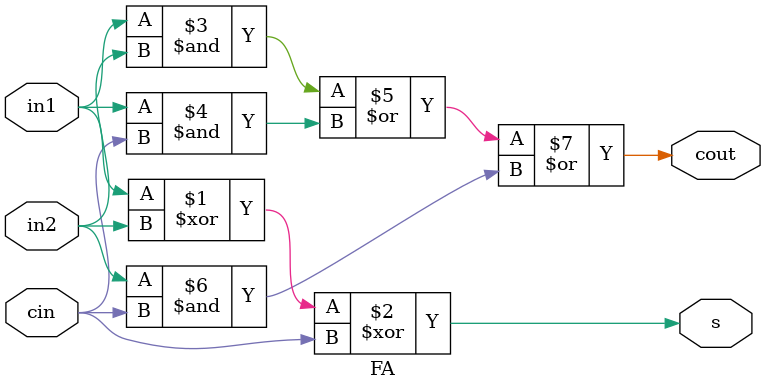
<source format=v>
module FARip4b (SW, LEDR);
	
	input [8:0] SW;
	output [9:0] LEDR;
	wire w1, w2, w3;
	
	FA u0 (.in1(SW[4]), .in2(SW[0]), .cin(SW[8]),
			 .s(LEDR[0]), .cout(w1) );
			 
	FA u1 (.in1(SW[5]), .in2(SW[1]), .cin(w1),
			 .s(LEDR[1]), .cout(w2) );
			 
	FA u2 (.in1(SW[6]), .in2(SW[2]), .cin(w2),
			 .s(LEDR[2]), .cout(w3) );
			 
	FA u3 (.in1(SW[7]), .in2(SW[3]), .cin(w3),
			 .s(LEDR[3]), .cout(LEDR[9]) );
	
endmodule

module FA (input in1, in2, cin,
			  output s, cout);
	
	assign s = in1 ^ in2 ^ cin;
	assign cout = (in1 & in2) | (in1 & cin) | (in2 & cin);
	
endmodule 
</source>
